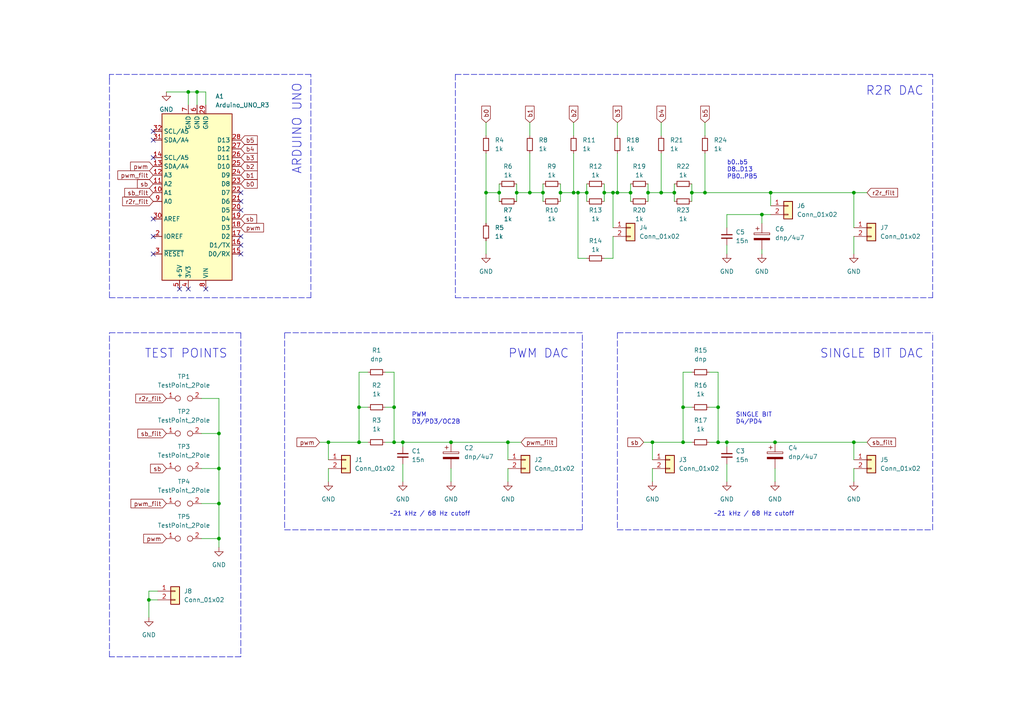
<source format=kicad_sch>
(kicad_sch (version 20211123) (generator eeschema)
  (paper "A4")
  (title_block (title "DAC shield") (date "2023-02-16") (rev "rev.0") (company "HTL Weiz") (comment 1 "wu@htlweiz.at"))
  (lib_symbols
    (symbol "Connector:TestPoint_2Pole" (pin_names (offset 0.762) hide)
      (property "Reference" "TP" (at 0 1.524 0))
      (property "Value" "TestPoint_2Pole" (at 0 -1.778 0))
      (symbol "TestPoint_2Pole_0_1"
        (circle (center -1.778 0) (radius 0.762))
        (circle (center 1.778 0) (radius 0.762))
        (pin passive line (at -5.08 0 0) (length 2.54) (name "1") (number "1"))
        (pin passive line (at 5.08 0 180) (length 2.54) (name "2") (number "2"))
      )
    )
    (symbol "Connector_Generic:Conn_01x02" (pin_names (offset 1.016) hide)
      (property "Reference" "J" (at 0 2.54 0))
      (property "Value" "Conn_01x02" (at 0 -5.08 0))
      (symbol "Conn_01x02_1_1"
        (rectangle (start -1.27 -2.413) (end 0 -2.667) (stroke (width 0.1524)))
        (rectangle (start -1.27 0.127) (end 0 -0.127) (stroke (width 0.1524)))
        (rectangle (start -1.27 1.27) (end 1.27 -3.81) (stroke (width 0.254)) (fill (type background)))
        (pin passive line (at -5.08 0 0) (length 3.81) (name "Pin_1") (number "1"))
        (pin passive line (at -5.08 -2.54 0) (length 3.81) (name "Pin_2") (number "2"))
      )
    )
    (symbol "Device:C_Polarized" (pin_numbers hide) (pin_names (offset 0.254))
      (property "Reference" "C" (at 0.635 2.54 0))
      (property "Value" "C_Polarized" (at 0.635 -2.54 0))
      (symbol "C_Polarized_0_1"
        (rectangle (start -2.286 0.508) (end 2.286 1.016))
        (polyline (pts (xy -1.778 2.286) (xy -0.762 2.286)))
        (polyline (pts (xy -1.27 2.794) (xy -1.27 1.778)))
        (rectangle (start 2.286 -0.508) (end -2.286 -1.016) (fill (type outline)))
      )
      (symbol "C_Polarized_1_1"
        (pin passive line (at 0 3.81 270) (length 2.794) (name "~") (number "1"))
        (pin passive line (at 0 -3.81 90) (length 2.794) (name "~") (number "2"))
      )
    )
    (symbol "Device:C_Small" (pin_numbers hide) (pin_names (offset 0.254) hide)
      (property "Reference" "C" (at 0.254 1.778 0))
      (property "Value" "C_Small" (at 0.254 -2.032 0))
      (symbol "C_Small_0_1"
        (polyline (pts (xy -1.524 -0.508) (xy 1.524 -0.508)) (stroke (width 0.3302)))
        (polyline (pts (xy -1.524 0.508) (xy 1.524 0.508)) (stroke (width 0.3048)))
      )
      (symbol "C_Small_1_1"
        (pin passive line (at 0 2.54 270) (length 2.032) (name "~") (number "1"))
        (pin passive line (at 0 -2.54 90) (length 2.032) (name "~") (number "2"))
      )
    )
    (symbol "Device:R_Small" (pin_numbers hide) (pin_names (offset 0.254) hide)
      (property "Reference" "R" (at 0.762 0.508 0))
      (property "Value" "R_Small" (at 0.762 -1.016 0))
      (symbol "R_Small_0_1"
        (rectangle (start -0.762 1.778) (end 0.762 -1.778) (stroke (width 0.2032)))
      )
      (symbol "R_Small_1_1"
        (pin passive line (at 0 2.54 270) (length 0.762) (name "~") (number "1"))
        (pin passive line (at 0 -2.54 90) (length 0.762) (name "~") (number "2"))
      )
    )
    (symbol "MCU_Module:Arduino_UNO_R3"
      (property "Reference" "A" (at -10.16 23.495 0))
      (property "Value" "Arduino_UNO_R3" (at 5.08 -26.67 0))
      (symbol "Arduino_UNO_R3_0_1"
        (rectangle (start -10.16 22.86) (end 10.16 -25.4) (stroke (width 0.254)) (fill (type background)))
      )
      (symbol "Arduino_UNO_R3_1_1"
        (pin no_connect line (at -10.16 -20.32 0) (length 2.54) hide (name "NC") (number "1"))
        (pin bidirectional line (at 12.7 -2.54 180) (length 2.54) (name "A1") (number "10"))
        (pin bidirectional line (at 12.7 -5.08 180) (length 2.54) (name "A2") (number "11"))
        (pin bidirectional line (at 12.7 -7.62 180) (length 2.54) (name "A3") (number "12"))
        (pin bidirectional line (at 12.7 -10.16 180) (length 2.54) (name "SDA/A4") (number "13"))
        (pin bidirectional line (at 12.7 -12.7 180) (length 2.54) (name "SCL/A5") (number "14"))
        (pin bidirectional line (at -12.7 15.24 0) (length 2.54) (name "D0/RX") (number "15"))
        (pin bidirectional line (at -12.7 12.7 0) (length 2.54) (name "D1/TX") (number "16"))
        (pin bidirectional line (at -12.7 10.16 0) (length 2.54) (name "D2") (number "17"))
        (pin bidirectional line (at -12.7 7.62 0) (length 2.54) (name "D3") (number "18"))
        (pin bidirectional line (at -12.7 5.08 0) (length 2.54) (name "D4") (number "19"))
        (pin output line (at 12.7 10.16 180) (length 2.54) (name "IOREF") (number "2"))
        (pin bidirectional line (at -12.7 2.54 0) (length 2.54) (name "D5") (number "20"))
        (pin bidirectional line (at -12.7 0 0) (length 2.54) (name "D6") (number "21"))
        (pin bidirectional line (at -12.7 -2.54 0) (length 2.54) (name "D7") (number "22"))
        (pin bidirectional line (at -12.7 -5.08 0) (length 2.54) (name "D8") (number "23"))
        (pin bidirectional line (at -12.7 -7.62 0) (length 2.54) (name "D9") (number "24"))
        (pin bidirectional line (at -12.7 -10.16 0) (length 2.54) (name "D10") (number "25"))
        (pin bidirectional line (at -12.7 -12.7 0) (length 2.54) (name "D11") (number "26"))
        (pin bidirectional line (at -12.7 -15.24 0) (length 2.54) (name "D12") (number "27"))
        (pin bidirectional line (at -12.7 -17.78 0) (length 2.54) (name "D13") (number "28"))
        (pin power_in line (at -2.54 -27.94 90) (length 2.54) (name "GND") (number "29"))
        (pin input line (at 12.7 15.24 180) (length 2.54) (name "~{RESET}") (number "3"))
        (pin input line (at 12.7 5.08 180) (length 2.54) (name "AREF") (number "30"))
        (pin bidirectional line (at 12.7 -17.78 180) (length 2.54) (name "SDA/A4") (number "31"))
        (pin bidirectional line (at 12.7 -20.32 180) (length 2.54) (name "SCL/A5") (number "32"))
        (pin power_out line (at 2.54 25.4 270) (length 2.54) (name "3V3") (number "4"))
        (pin power_out line (at 5.08 25.4 270) (length 2.54) (name "+5V") (number "5"))
        (pin power_in line (at 0 -27.94 90) (length 2.54) (name "GND") (number "6"))
        (pin power_in line (at 2.54 -27.94 90) (length 2.54) (name "GND") (number "7"))
        (pin power_in line (at -2.54 25.4 270) (length 2.54) (name "VIN") (number "8"))
        (pin bidirectional line (at 12.7 0 180) (length 2.54) (name "A0") (number "9"))
      )
    )
    (symbol "power:GND" (power) (pin_names (offset 0))
      (property "Value" "GND" (at 0 -3.81 0))
      (symbol "GND_0_1"
        (polyline (pts (xy 0 0) (xy 0 -1.27) (xy 1.27 -1.27) (xy 0 -2.54) (xy -1.27 -1.27) (xy 0 -1.27)))
      )
      (symbol "GND_1_1"
        (pin power_in line (at 0 0 270) (length 0) hide (name "GND") (number "1"))
      )
    )
  )
  (junction (at 247.65 55.88))
  (junction (at 144.78 55.88))
  (junction (at 162.56 55.88))
  (junction (at 166.37 55.88))
  (junction (at 116.84 128.27))
  (junction (at 220.98 62.23))
  (junction (at 187.96 55.88))
  (junction (at 210.82 128.27))
  (junction (at 175.26 55.88))
  (junction (at 140.97 55.88))
  (junction (at 182.88 55.88))
  (junction (at 191.77 55.88))
  (junction (at 157.48 55.88))
  (junction (at 63.5 156.21))
  (junction (at 63.5 135.89))
  (junction (at 114.3 118.11))
  (junction (at 224.79 128.27))
  (junction (at 167.64 55.88))
  (junction (at 179.07 55.88))
  (junction (at 189.23 128.27))
  (junction (at 147.32 128.27))
  (junction (at 43.18 173.99))
  (junction (at 200.66 55.88))
  (junction (at 63.5 146.05))
  (junction (at 177.8 55.88))
  (junction (at 153.67 55.88))
  (junction (at 204.47 55.88))
  (junction (at 57.15 26.67))
  (junction (at 247.65 128.27))
  (junction (at 104.14 118.11))
  (junction (at 130.81 128.27))
  (junction (at 198.12 118.11))
  (junction (at 198.12 128.27))
  (junction (at 114.3 128.27))
  (junction (at 63.5 125.73))
  (junction (at 149.86 55.88))
  (junction (at 223.52 55.88))
  (junction (at 208.28 128.27))
  (junction (at 170.18 55.88))
  (junction (at 95.25 128.27))
  (junction (at 104.14 128.27))
  (junction (at 208.28 118.11))
  (junction (at 54.61 26.67))
  (junction (at 195.58 55.88))
  (no_connect (at 69.85 68.58))
  (no_connect (at 44.45 63.5))
  (no_connect (at 44.45 38.1))
  (no_connect (at 44.45 40.64))
  (no_connect (at 69.85 55.88))
  (no_connect (at 44.45 45.72))
  (no_connect (at 69.85 58.42))
  (no_connect (at 54.61 83.82))
  (no_connect (at 59.69 83.82))
  (no_connect (at 69.85 73.66))
  (no_connect (at 69.85 60.96))
  (no_connect (at 69.85 71.12))
  (no_connect (at 52.07 83.82))
  (no_connect (at 44.45 73.66))
  (no_connect (at 44.45 68.58))
  (polyline (pts (xy 270.51 153.67) (xy 270.51 96.52)))
  (wire (pts (xy 63.5 135.89) (xy 63.5 125.73)))
  (wire (pts (xy 210.82 66.04) (xy 210.82 62.23)))
  (wire (pts (xy 177.8 55.88) (xy 177.8 66.04)))
  (wire (pts (xy 153.67 44.45) (xy 153.67 55.88)))
  (polyline (pts (xy 270.51 86.36) (xy 270.51 21.59)))
  (wire (pts (xy 63.5 146.05) (xy 63.5 135.89)))
  (wire (pts (xy 166.37 55.88) (xy 167.64 55.88)))
  (wire (pts (xy 54.61 26.67) (xy 54.61 30.48)))
  (polyline (pts (xy 168.91 96.52) (xy 82.55 96.52)))
  (wire (pts (xy 166.37 44.45) (xy 166.37 55.88)))
  (wire (pts (xy 210.82 129.54) (xy 210.82 128.27)))
  (wire (pts (xy 200.66 53.34) (xy 200.66 55.88)))
  (polyline (pts (xy 82.55 153.67) (xy 168.91 153.67)))
  (wire (pts (xy 153.67 55.88) (xy 157.48 55.88)))
  (wire (pts (xy 58.42 146.05) (xy 63.5 146.05)))
  (polyline (pts (xy 31.75 22.86) (xy 31.75 86.36)))
  (wire (pts (xy 220.98 72.39) (xy 220.98 73.66)))
  (wire (pts (xy 140.97 55.88) (xy 144.78 55.88)))
  (wire (pts (xy 63.5 158.75) (xy 63.5 156.21)))
  (wire (pts (xy 63.5 115.57) (xy 58.42 115.57)))
  (wire (pts (xy 187.96 55.88) (xy 187.96 58.42)))
  (wire (pts (xy 177.8 55.88) (xy 179.07 55.88)))
  (wire (pts (xy 130.81 128.27) (xy 147.32 128.27)))
  (wire (pts (xy 140.97 69.85) (xy 140.97 73.66)))
  (wire (pts (xy 200.66 55.88) (xy 204.47 55.88)))
  (polyline (pts (xy 132.08 86.36) (xy 270.51 86.36)))
  (wire (pts (xy 104.14 107.95) (xy 104.14 118.11)))
  (wire (pts (xy 200.66 107.95) (xy 198.12 107.95)))
  (wire (pts (xy 149.86 55.88) (xy 149.86 58.42)))
  (wire (pts (xy 116.84 134.62) (xy 116.84 139.7)))
  (wire (pts (xy 114.3 128.27) (xy 116.84 128.27)))
  (wire (pts (xy 157.48 53.34) (xy 157.48 55.88)))
  (wire (pts (xy 198.12 118.11) (xy 198.12 128.27)))
  (wire (pts (xy 167.64 74.93) (xy 170.18 74.93)))
  (polyline (pts (xy 69.85 190.5) (xy 31.75 190.5)))
  (wire (pts (xy 58.42 125.73) (xy 63.5 125.73)))
  (wire (pts (xy 187.96 55.88) (xy 191.77 55.88)))
  (wire (pts (xy 247.65 133.35) (xy 247.65 128.27)))
  (wire (pts (xy 247.65 135.89) (xy 247.65 139.7)))
  (wire (pts (xy 57.15 26.67) (xy 59.69 26.67)))
  (polyline (pts (xy 31.75 96.52) (xy 69.85 96.52)))
  (wire (pts (xy 220.98 62.23) (xy 223.52 62.23)))
  (wire (pts (xy 43.18 173.99) (xy 43.18 179.07)))
  (wire (pts (xy 198.12 118.11) (xy 200.66 118.11)))
  (wire (pts (xy 130.81 135.89) (xy 130.81 139.7)))
  (wire (pts (xy 204.47 35.56) (xy 204.47 39.37)))
  (wire (pts (xy 43.18 173.99) (xy 45.72 173.99)))
  (wire (pts (xy 106.68 128.27) (xy 104.14 128.27)))
  (wire (pts (xy 140.97 35.56) (xy 140.97 39.37)))
  (polyline (pts (xy 90.17 21.59) (xy 31.75 21.59)))
  (polyline (pts (xy 90.17 86.36) (xy 90.17 21.59)))
  (wire (pts (xy 95.25 128.27) (xy 95.25 133.35)))
  (wire (pts (xy 162.56 55.88) (xy 162.56 58.42)))
  (wire (pts (xy 147.32 135.89) (xy 147.32 139.7)))
  (wire (pts (xy 247.65 128.27) (xy 251.46 128.27)))
  (wire (pts (xy 175.26 55.88) (xy 175.26 58.42)))
  (wire (pts (xy 204.47 44.45) (xy 204.47 55.88)))
  (wire (pts (xy 247.65 55.88) (xy 247.65 66.04)))
  (wire (pts (xy 58.42 135.89) (xy 63.5 135.89)))
  (wire (pts (xy 191.77 35.56) (xy 191.77 39.37)))
  (wire (pts (xy 114.3 107.95) (xy 114.3 118.11)))
  (wire (pts (xy 195.58 53.34) (xy 195.58 55.88)))
  (wire (pts (xy 247.65 55.88) (xy 251.46 55.88)))
  (wire (pts (xy 57.15 26.67) (xy 57.15 30.48)))
  (wire (pts (xy 95.25 128.27) (xy 104.14 128.27)))
  (wire (pts (xy 224.79 135.89) (xy 224.79 139.7)))
  (wire (pts (xy 189.23 128.27) (xy 189.23 133.35)))
  (polyline (pts (xy 31.75 86.36) (xy 90.17 86.36)))
  (wire (pts (xy 182.88 53.34) (xy 182.88 55.88)))
  (wire (pts (xy 43.18 171.45) (xy 43.18 173.99)))
  (wire (pts (xy 223.52 55.88) (xy 223.52 59.69)))
  (wire (pts (xy 200.66 128.27) (xy 198.12 128.27)))
  (wire (pts (xy 205.74 107.95) (xy 208.28 107.95)))
  (wire (pts (xy 204.47 55.88) (xy 223.52 55.88)))
  (wire (pts (xy 220.98 62.23) (xy 220.98 64.77)))
  (wire (pts (xy 162.56 55.88) (xy 166.37 55.88)))
  (wire (pts (xy 198.12 107.95) (xy 198.12 118.11)))
  (wire (pts (xy 205.74 118.11) (xy 208.28 118.11)))
  (wire (pts (xy 111.76 118.11) (xy 114.3 118.11)))
  (wire (pts (xy 200.66 55.88) (xy 200.66 58.42)))
  (wire (pts (xy 182.88 55.88) (xy 182.88 58.42)))
  (wire (pts (xy 63.5 125.73) (xy 63.5 115.57)))
  (wire (pts (xy 189.23 135.89) (xy 189.23 139.7)))
  (wire (pts (xy 140.97 55.88) (xy 140.97 64.77)))
  (wire (pts (xy 208.28 118.11) (xy 208.28 128.27)))
  (wire (pts (xy 63.5 156.21) (xy 63.5 146.05)))
  (wire (pts (xy 195.58 55.88) (xy 195.58 58.42)))
  (wire (pts (xy 140.97 44.45) (xy 140.97 55.88)))
  (wire (pts (xy 95.25 135.89) (xy 95.25 139.7)))
  (polyline (pts (xy 132.08 21.59) (xy 132.08 86.36)))
  (wire (pts (xy 106.68 107.95) (xy 104.14 107.95)))
  (wire (pts (xy 166.37 35.56) (xy 166.37 39.37)))
  (polyline (pts (xy 168.91 153.67) (xy 168.91 96.52)))
  (wire (pts (xy 205.74 128.27) (xy 208.28 128.27)))
  (wire (pts (xy 208.28 128.27) (xy 210.82 128.27)))
  (wire (pts (xy 157.48 55.88) (xy 157.48 58.42)))
  (polyline (pts (xy 82.55 96.52) (xy 82.55 153.67)))
  (wire (pts (xy 59.69 26.67) (xy 59.69 30.48)))
  (wire (pts (xy 177.8 68.58) (xy 177.8 74.93)))
  (wire (pts (xy 149.86 55.88) (xy 153.67 55.88)))
  (wire (pts (xy 247.65 68.58) (xy 247.65 73.66)))
  (wire (pts (xy 179.07 44.45) (xy 179.07 55.88)))
  (wire (pts (xy 144.78 55.88) (xy 144.78 58.42)))
  (wire (pts (xy 170.18 53.34) (xy 170.18 55.88)))
  (wire (pts (xy 208.28 107.95) (xy 208.28 118.11)))
  (wire (pts (xy 111.76 128.27) (xy 114.3 128.27)))
  (wire (pts (xy 210.82 62.23) (xy 220.98 62.23)))
  (wire (pts (xy 191.77 55.88) (xy 195.58 55.88)))
  (wire (pts (xy 144.78 53.34) (xy 144.78 55.88)))
  (wire (pts (xy 210.82 128.27) (xy 224.79 128.27)))
  (polyline (pts (xy 132.08 21.59) (xy 270.51 21.59)))
  (wire (pts (xy 149.86 53.34) (xy 149.86 55.88)))
  (polyline (pts (xy 179.07 153.67) (xy 270.51 153.67)))
  (wire (pts (xy 210.82 71.12) (xy 210.82 73.66)))
  (wire (pts (xy 186.69 128.27) (xy 189.23 128.27)))
  (wire (pts (xy 111.76 107.95) (xy 114.3 107.95)))
  (wire (pts (xy 116.84 128.27) (xy 130.81 128.27)))
  (wire (pts (xy 187.96 53.34) (xy 187.96 55.88)))
  (wire (pts (xy 92.71 128.27) (xy 95.25 128.27)))
  (wire (pts (xy 147.32 133.35) (xy 147.32 128.27)))
  (wire (pts (xy 191.77 44.45) (xy 191.77 55.88)))
  (wire (pts (xy 162.56 53.34) (xy 162.56 55.88)))
  (polyline (pts (xy 179.07 96.52) (xy 270.51 96.52)))
  (wire (pts (xy 48.26 26.67) (xy 54.61 26.67)))
  (wire (pts (xy 104.14 118.11) (xy 106.68 118.11)))
  (wire (pts (xy 104.14 118.11) (xy 104.14 128.27)))
  (wire (pts (xy 54.61 26.67) (xy 57.15 26.67)))
  (wire (pts (xy 177.8 74.93) (xy 175.26 74.93)))
  (wire (pts (xy 189.23 128.27) (xy 198.12 128.27)))
  (polyline (pts (xy 31.75 190.5) (xy 31.75 96.52)))
  (wire (pts (xy 210.82 134.62) (xy 210.82 139.7)))
  (polyline (pts (xy 69.85 96.52) (xy 69.85 190.5)))
  (wire (pts (xy 223.52 55.88) (xy 247.65 55.88)))
  (wire (pts (xy 45.72 171.45) (xy 43.18 171.45)))
  (wire (pts (xy 175.26 55.88) (xy 177.8 55.88)))
  (wire (pts (xy 116.84 129.54) (xy 116.84 128.27)))
  (polyline (pts (xy 179.07 96.52) (xy 179.07 153.67)))
  (polyline (pts (xy 31.75 21.59) (xy 31.75 22.86)))
  (wire (pts (xy 114.3 118.11) (xy 114.3 128.27)))
  (wire (pts (xy 175.26 53.34) (xy 175.26 55.88)))
  (wire (pts (xy 147.32 128.27) (xy 151.13 128.27)))
  (wire (pts (xy 179.07 55.88) (xy 182.88 55.88)))
  (wire (pts (xy 224.79 128.27) (xy 247.65 128.27)))
  (wire (pts (xy 167.64 55.88) (xy 167.64 74.93)))
  (wire (pts (xy 153.67 35.56) (xy 153.67 39.37)))
  (wire (pts (xy 170.18 55.88) (xy 170.18 58.42)))
  (wire (pts (xy 167.64 55.88) (xy 170.18 55.88)))
  (wire (pts (xy 179.07 35.56) (xy 179.07 39.37)))
  (wire (pts (xy 58.42 156.21) (xy 63.5 156.21)))
  (text "b0..b5\nD8..D13\nPB0..PB5" (at 210.82 52.07 0) (effects (font (size 1.27 1.27)) (justify left bottom)))
  (text "PWM\nD3/PD3/OC2B" (at 119.38 123.19 0) (effects (font (size 1.27 1.27)) (justify left bottom)))
  (text "~21 kHz / 68 Hz cutoff" (at 113.03 149.86 0) (effects (font (size 1.27 1.27)) (justify left bottom)))
  (text "~21 kHz / 68 Hz cutoff" (at 207.01 149.86 0) (effects (font (size 1.27 1.27)) (justify left bottom)))
  (text "R2R DAC" (at 267.97 27.94 180) (effects (font (size 2.54 2.54)) (justify right bottom)))
  (text "PWM DAC" (at 165.1 104.14 180) (effects (font (size 2.54 2.54)) (justify right bottom)))
  (text "SINGLE BIT\nD4/PD4" (at 213.36 123.19 0) (effects (font (size 1.27 1.27)) (justify left bottom)))
  (text "SINGLE BIT DAC" (at 267.97 104.14 180) (effects (font (size 2.54 2.54)) (justify right bottom)))
  (text "ARDUINO UNO" (at 87.63 24.13 270) (effects (font (size 2.54 2.54)) (justify right bottom)))
  (text "TEST POINTS" (at 66.04 104.14 180) (effects (font (size 2.54 2.54)) (justify right bottom)))
  (global_label "sb" (shape input) (at 69.85 63.5 0) (property "Intersheet References" "${INTERSHEET_REFS}" (effects hide)))
  (global_label "sb" (shape input) (at 44.45 53.34 180) (property "Intersheet References" "${INTERSHEET_REFS}" (effects hide)))
  (global_label "pwm_filt" (shape input) (at 48.26 146.05 180) (property "Intersheet References" "${INTERSHEET_REFS}" (effects hide)))
  (global_label "pwm" (shape input) (at 69.85 66.04 0) (property "Intersheet References" "${INTERSHEET_REFS}" (effects hide)))
  (global_label "sb" (shape input) (at 186.69 128.27 180) (property "Intersheet References" "${INTERSHEET_REFS}" (effects hide)))
  (global_label "pwm_filt" (shape input) (at 44.45 50.8 180) (property "Intersheet References" "${INTERSHEET_REFS}" (effects hide)))
  (global_label "r2r_filt" (shape input) (at 251.46 55.88 0) (property "Intersheet References" "${INTERSHEET_REFS}" (effects hide)))
  (global_label "b0" (shape input) (at 140.97 35.56 90) (property "Intersheet References" "${INTERSHEET_REFS}" (effects hide)))
  (global_label "b4" (shape input) (at 69.85 43.18 0) (property "Intersheet References" "${INTERSHEET_REFS}" (effects hide)))
  (global_label "b2" (shape input) (at 166.37 35.56 90) (property "Intersheet References" "${INTERSHEET_REFS}" (effects hide)))
  (global_label "b1" (shape input) (at 153.67 35.56 90) (property "Intersheet References" "${INTERSHEET_REFS}" (effects hide)))
  (global_label "b5" (shape input) (at 69.85 40.64 0) (property "Intersheet References" "${INTERSHEET_REFS}" (effects hide)))
  (global_label "sb_filt" (shape input) (at 48.26 125.73 180) (property "Intersheet References" "${INTERSHEET_REFS}" (effects hide)))
  (global_label "b5" (shape input) (at 204.47 35.56 90) (property "Intersheet References" "${INTERSHEET_REFS}" (effects hide)))
  (global_label "sb" (shape input) (at 48.26 135.89 180) (property "Intersheet References" "${INTERSHEET_REFS}" (effects hide)))
  (global_label "r2r_filt" (shape input) (at 44.45 58.42 180) (property "Intersheet References" "${INTERSHEET_REFS}" (effects hide)))
  (global_label "b0" (shape input) (at 69.85 53.34 0) (property "Intersheet References" "${INTERSHEET_REFS}" (effects hide)))
  (global_label "pwm" (shape input) (at 92.71 128.27 180) (property "Intersheet References" "${INTERSHEET_REFS}" (effects hide)))
  (global_label "b3" (shape input) (at 69.85 45.72 0) (property "Intersheet References" "${INTERSHEET_REFS}" (effects hide)))
  (global_label "b4" (shape input) (at 191.77 35.56 90) (property "Intersheet References" "${INTERSHEET_REFS}" (effects hide)))
  (global_label "sb_filt" (shape input) (at 44.45 55.88 180) (property "Intersheet References" "${INTERSHEET_REFS}" (effects hide)))
  (global_label "sb_filt" (shape input) (at 251.46 128.27 0) (property "Intersheet References" "${INTERSHEET_REFS}" (effects hide)))
  (global_label "b2" (shape input) (at 69.85 48.26 0) (property "Intersheet References" "${INTERSHEET_REFS}" (effects hide)))
  (global_label "pwm" (shape input) (at 44.45 48.26 180) (property "Intersheet References" "${INTERSHEET_REFS}" (effects hide)))
  (global_label "b3" (shape input) (at 179.07 35.56 90) (property "Intersheet References" "${INTERSHEET_REFS}" (effects hide)))
  (global_label "r2r_filt" (shape input) (at 48.26 115.57 180) (property "Intersheet References" "${INTERSHEET_REFS}" (effects hide)))
  (global_label "pwm" (shape input) (at 48.26 156.21 180) (property "Intersheet References" "${INTERSHEET_REFS}" (effects hide)))
  (global_label "pwm_filt" (shape input) (at 151.13 128.27 0) (property "Intersheet References" "${INTERSHEET_REFS}" (effects hide)))
  (global_label "b1" (shape input) (at 69.85 50.8 0) (property "Intersheet References" "${INTERSHEET_REFS}" (effects hide)))
  (symbol (lib_id "Device:R_Small") (at 191.77 41.91 0) (unit 1)
    (property "Reference" "R21" (at 194.31 40.6399 0) (effects (justify left)))
    (property "Value" "1k" (at 194.31 43.1799 0) (effects (justify left)))
    (property "Footprint" "Resistor_SMD:R_0402_1005Metric" (effects hide))
  )
  (symbol (lib_id "Device:R_Small") (at 160.02 53.34 90) (unit 1)
    (property "Reference" "R9" (at 160.02 48.26 90))
    (property "Value" "1k" (at 160.02 50.8 90))
    (property "Footprint" "Resistor_SMD:R_0402_1005Metric" (effects hide))
  )
  (symbol (lib_id "Device:C_Small") (at 210.82 68.58 0) (unit 1)
    (property "Reference" "C5" (at 213.36 67.3162 0) (effects (justify left)))
    (property "Value" "15n" (at 213.36 69.8562 0) (effects (justify left)))
    (property "Footprint" "Capacitor_SMD:C_0603_1608Metric" (effects hide))
  )
  (symbol (lib_id "Device:C_Polarized") (at 130.81 132.08 0) (unit 1)
    (property "Reference" "C2" (at 134.62 129.9209 0) (effects (justify left)))
    (property "Value" "dnp/4u7" (at 134.62 132.4609 0) (effects (justify left)))
    (property "Footprint" "Capacitor_THT:CP_Radial_D10.0mm_P5.00mm_P7.50mm" (effects hide))
  )
  (symbol (lib_id "Device:R_Small") (at 153.67 41.91 0) (unit 1)
    (property "Reference" "R8" (at 156.21 40.6399 0) (effects (justify left)))
    (property "Value" "1k" (at 156.21 43.1799 0) (effects (justify left)))
    (property "Footprint" "Resistor_SMD:R_0402_1005Metric" (effects hide))
  )
  (symbol (lib_id "Device:R_Small") (at 203.2 107.95 90) (unit 1)
    (property "Reference" "R15" (at 203.2 101.6 90))
    (property "Value" "dnp" (at 203.2 104.14 90))
    (property "Footprint" "Resistor_THT:R_Axial_DIN0207_L6.3mm_D2.5mm_P10.16mm_Horizontal" (effects hide))
  )
  (symbol (lib_id "power:GND") (at 224.79 139.7 0) (unit 1)
    (property "Reference" "#PWR09" (effects hide))
    (property "Value" "GND" (at 224.79 144.78 0))
  )
  (symbol (lib_id "Device:R_Small") (at 147.32 58.42 90) (mirror x) (unit 1)
    (property "Reference" "R7" (at 147.32 60.96 90))
    (property "Value" "1k" (at 147.32 63.5 90))
    (property "Footprint" "Resistor_SMD:R_0402_1005Metric" (effects hide))
  )
  (symbol (lib_id "power:GND") (at 210.82 139.7 0) (unit 1)
    (property "Reference" "#PWR08" (effects hide))
    (property "Value" "GND" (at 210.82 144.78 0))
  )
  (symbol (lib_id "Device:R_Small") (at 203.2 128.27 90) (unit 1)
    (property "Reference" "R17" (at 203.2 121.92 90))
    (property "Value" "1k" (at 203.2 124.46 90))
    (property "Footprint" "Resistor_SMD:R_0402_1005Metric" (effects hide))
  )
  (symbol (lib_id "Connector:TestPoint_2Pole") (at 53.34 125.73 0) (unit 1)
    (property "Reference" "TP2" (at 53.34 119.38 0))
    (property "Value" "TestPoint_2Pole" (at 53.34 121.92 0))
    (property "Footprint" "Connector_PinHeader_2.54mm:PinHeader_1x02_P2.54mm_Vertical" (effects hide))
  )
  (symbol (lib_id "power:GND") (at 63.5 158.75 0) (unit 1)
    (property "Reference" "#PWR015" (effects hide))
    (property "Value" "GND" (at 63.5 163.83 0))
  )
  (symbol (lib_id "power:GND") (at 247.65 139.7 0) (unit 1)
    (property "Reference" "#PWR011" (effects hide))
    (property "Value" "GND" (at 247.65 144.78 0))
  )
  (symbol (lib_id "Device:R_Small") (at 109.22 128.27 90) (unit 1)
    (property "Reference" "R3" (at 109.22 121.92 90))
    (property "Value" "1k" (at 109.22 124.46 90))
    (property "Footprint" "Resistor_SMD:R_0402_1005Metric" (effects hide))
  )
  (symbol (lib_id "Connector_Generic:Conn_01x02") (at 100.33 133.35 0) (unit 1)
    (property "Reference" "J1" (at 102.87 133.3499 0) (effects (justify left)))
    (property "Value" "Conn_01x02" (at 102.87 135.8899 0) (effects (justify left)))
    (property "Footprint" "Connector_PinHeader_2.54mm:PinHeader_1x02_P2.54mm_Vertical" (effects hide))
  )
  (symbol (lib_id "Connector:TestPoint_2Pole") (at 53.34 156.21 0) (unit 1)
    (property "Reference" "TP5" (at 53.34 149.86 0))
    (property "Value" "TestPoint_2Pole" (at 53.34 152.4 0))
    (property "Footprint" "Connector_PinHeader_2.54mm:PinHeader_1x02_P2.54mm_Vertical" (effects hide))
  )
  (symbol (lib_id "Connector:TestPoint_2Pole") (at 53.34 115.57 0) (unit 1)
    (property "Reference" "TP1" (at 53.34 109.22 0))
    (property "Value" "TestPoint_2Pole" (at 53.34 111.76 0))
    (property "Footprint" "Connector_PinHeader_2.54mm:PinHeader_1x02_P2.54mm_Vertical" (effects hide))
  )
  (symbol (lib_id "Device:R_Small") (at 172.72 58.42 90) (mirror x) (unit 1)
    (property "Reference" "R13" (at 172.72 60.96 90))
    (property "Value" "1k" (at 172.72 63.5 90))
    (property "Footprint" "Resistor_SMD:R_0402_1005Metric" (effects hide))
  )
  (symbol (lib_id "Device:R_Small") (at 140.97 41.91 0) (unit 1)
    (property "Reference" "R4" (at 143.51 40.6399 0) (effects (justify left)))
    (property "Value" "1k" (at 143.51 43.1799 0) (effects (justify left)))
    (property "Footprint" "Resistor_SMD:R_0402_1005Metric" (effects hide))
  )
  (symbol (lib_id "Connector_Generic:Conn_01x02") (at 252.73 66.04 0) (unit 1)
    (property "Reference" "J7" (at 255.27 66.0399 0) (effects (justify left)))
    (property "Value" "Conn_01x02" (at 255.27 68.5799 0) (effects (justify left)))
    (property "Footprint" "Connector_PinHeader_2.54mm:PinHeader_1x02_P2.54mm_Vertical" (effects hide))
  )
  (symbol (lib_id "Connector_Generic:Conn_01x02") (at 50.8 171.45 0) (unit 1)
    (property "Reference" "J8" (at 53.34 171.4499 0) (effects (justify left)))
    (property "Value" "Conn_01x02" (at 53.34 173.9899 0) (effects (justify left)))
    (property "Footprint" "Connector_PinHeader_2.54mm:PinHeader_1x02_P2.54mm_Vertical" (effects hide))
  )
  (symbol (lib_id "Device:R_Small") (at 185.42 58.42 90) (mirror x) (unit 1)
    (property "Reference" "R20" (at 185.42 60.96 90))
    (property "Value" "1k" (at 185.42 63.5 90))
    (property "Footprint" "Resistor_SMD:R_0402_1005Metric" (effects hide))
  )
  (symbol (lib_id "Device:C_Polarized") (at 220.98 68.58 0) (unit 1)
    (property "Reference" "C6" (at 224.79 66.4209 0) (effects (justify left)))
    (property "Value" "dnp/4u7" (at 224.79 68.9609 0) (effects (justify left)))
    (property "Footprint" "Capacitor_THT:CP_Radial_D10.0mm_P5.00mm_P7.50mm" (effects hide))
  )
  (symbol (lib_id "Device:C_Small") (at 210.82 132.08 0) (unit 1)
    (property "Reference" "C3" (at 213.36 130.8162 0) (effects (justify left)))
    (property "Value" "15n" (at 213.36 133.3562 0) (effects (justify left)))
    (property "Footprint" "Capacitor_SMD:C_0603_1608Metric" (effects hide))
  )
  (symbol (lib_id "Device:R_Small") (at 160.02 58.42 90) (mirror x) (unit 1)
    (property "Reference" "R10" (at 160.02 60.96 90))
    (property "Value" "1k" (at 160.02 63.5 90))
    (property "Footprint" "Resistor_SMD:R_0402_1005Metric" (effects hide))
  )
  (symbol (lib_id "Connector_Generic:Conn_01x02") (at 194.31 133.35 0) (unit 1)
    (property "Reference" "J3" (at 196.85 133.3499 0) (effects (justify left)))
    (property "Value" "Conn_01x02" (at 196.85 135.8899 0) (effects (justify left)))
    (property "Footprint" "Connector_PinHeader_2.54mm:PinHeader_1x02_P2.54mm_Vertical" (effects hide))
  )
  (symbol (lib_id "Device:C_Small") (at 116.84 132.08 0) (unit 1)
    (property "Reference" "C1" (at 119.38 130.8162 0) (effects (justify left)))
    (property "Value" "15n" (at 119.38 133.3562 0) (effects (justify left)))
    (property "Footprint" "Capacitor_SMD:C_0603_1608Metric" (effects hide))
  )
  (symbol (lib_id "Device:R_Small") (at 140.97 67.31 0) (unit 1)
    (property "Reference" "R5" (at 143.51 66.0399 0) (effects (justify left)))
    (property "Value" "1k" (at 143.51 68.5799 0) (effects (justify left)))
    (property "Footprint" "Resistor_SMD:R_0402_1005Metric" (effects hide))
  )
  (symbol (lib_id "Device:R_Small") (at 109.22 118.11 90) (unit 1)
    (property "Reference" "R2" (at 109.22 111.76 90))
    (property "Value" "1k" (at 109.22 114.3 90))
    (property "Footprint" "Resistor_SMD:R_0402_1005Metric" (effects hide))
  )
  (symbol (lib_id "power:GND") (at 189.23 139.7 0) (unit 1)
    (property "Reference" "#PWR07" (effects hide))
    (property "Value" "GND" (at 189.23 144.78 0))
  )
  (symbol (lib_id "Connector_Generic:Conn_01x02") (at 182.88 66.04 0) (unit 1)
    (property "Reference" "J4" (at 185.42 66.0399 0) (effects (justify left)))
    (property "Value" "Conn_01x02" (at 185.42 68.5799 0) (effects (justify left)))
    (property "Footprint" "Connector_PinHeader_2.54mm:PinHeader_1x02_P2.54mm_Vertical" (effects hide))
  )
  (symbol (lib_id "Device:R_Small") (at 203.2 118.11 90) (unit 1)
    (property "Reference" "R16" (at 203.2 111.76 90))
    (property "Value" "1k" (at 203.2 114.3 90))
    (property "Footprint" "Resistor_SMD:R_0402_1005Metric" (effects hide))
  )
  (symbol (lib_id "power:GND") (at 147.32 139.7 0) (unit 1)
    (property "Reference" "#PWR05" (effects hide))
    (property "Value" "GND" (at 147.32 144.78 0))
  )
  (symbol (lib_id "Device:R_Small") (at 198.12 53.34 90) (unit 1)
    (property "Reference" "R22" (at 198.12 48.26 90))
    (property "Value" "1k" (at 198.12 50.8 90))
    (property "Footprint" "Resistor_SMD:R_0402_1005Metric" (effects hide))
  )
  (symbol (lib_id "Device:R_Small") (at 172.72 74.93 90) (mirror x) (unit 1)
    (property "Reference" "R14" (at 172.72 69.85 90))
    (property "Value" "1k" (at 172.72 72.39 90))
    (property "Footprint" "Resistor_SMD:R_0402_1005Metric" (effects hide))
  )
  (symbol (lib_id "power:GND") (at 210.82 73.66 0) (unit 1)
    (property "Reference" "#PWR010" (effects hide))
    (property "Value" "GND" (at 210.82 78.74 0))
  )
  (symbol (lib_id "power:GND") (at 130.81 139.7 0) (unit 1)
    (property "Reference" "#PWR04" (effects hide))
    (property "Value" "GND" (at 130.81 144.78 0))
  )
  (symbol (lib_id "power:GND") (at 116.84 139.7 0) (unit 1)
    (property "Reference" "#PWR03" (effects hide))
    (property "Value" "GND" (at 116.84 144.78 0))
  )
  (symbol (lib_id "Device:R_Small") (at 109.22 107.95 90) (unit 1)
    (property "Reference" "R1" (at 109.22 101.6 90))
    (property "Value" "dnp" (at 109.22 104.14 90))
    (property "Footprint" "Resistor_THT:R_Axial_DIN0207_L6.3mm_D2.5mm_P10.16mm_Horizontal" (effects hide))
  )
  (symbol (lib_id "Connector:TestPoint_2Pole") (at 53.34 146.05 0) (unit 1)
    (property "Reference" "TP4" (at 53.34 139.7 0))
    (property "Value" "TestPoint_2Pole" (at 53.34 142.24 0))
    (property "Footprint" "Connector_PinHeader_2.54mm:PinHeader_1x02_P2.54mm_Vertical" (effects hide))
  )
  (symbol (lib_id "Device:R_Small") (at 147.32 53.34 90) (unit 1)
    (property "Reference" "R6" (at 147.32 48.26 90))
    (property "Value" "1k" (at 147.32 50.8 90))
    (property "Footprint" "Resistor_SMD:R_0402_1005Metric" (effects hide))
  )
  (symbol (lib_id "Connector_Generic:Conn_01x02") (at 228.6 59.69 0) (unit 1)
    (property "Reference" "J6" (at 231.14 59.6899 0) (effects (justify left)))
    (property "Value" "Conn_01x02" (at 231.14 62.2299 0) (effects (justify left)))
    (property "Footprint" "Connector_PinHeader_2.54mm:PinHeader_1x02_P2.54mm_Vertical" (effects hide))
  )
  (symbol (lib_id "power:GND") (at 140.97 73.66 0) (unit 1)
    (property "Reference" "#PWR06" (effects hide))
    (property "Value" "GND" (at 140.97 78.74 0))
  )
  (symbol (lib_id "Connector_Generic:Conn_01x02") (at 252.73 133.35 0) (unit 1)
    (property "Reference" "J5" (at 255.27 133.3499 0) (effects (justify left)))
    (property "Value" "Conn_01x02" (at 255.27 135.8899 0) (effects (justify left)))
    (property "Footprint" "Connector_PinHeader_2.54mm:PinHeader_1x02_P2.54mm_Vertical" (effects hide))
  )
  (symbol (lib_id "Connector_Generic:Conn_01x02") (at 152.4 133.35 0) (unit 1)
    (property "Reference" "J2" (at 154.94 133.3499 0) (effects (justify left)))
    (property "Value" "Conn_01x02" (at 154.94 135.8899 0) (effects (justify left)))
    (property "Footprint" "Connector_PinHeader_2.54mm:PinHeader_1x02_P2.54mm_Vertical" (effects hide))
  )
  (symbol (lib_id "Device:C_Polarized") (at 224.79 132.08 0) (unit 1)
    (property "Reference" "C4" (at 228.6 129.9209 0) (effects (justify left)))
    (property "Value" "dnp/4u7" (at 228.6 132.4609 0) (effects (justify left)))
    (property "Footprint" "Capacitor_THT:CP_Radial_D10.0mm_P5.00mm_P7.50mm" (effects hide))
  )
  (symbol (lib_id "Device:R_Small") (at 204.47 41.91 0) (unit 1)
    (property "Reference" "R24" (at 207.01 40.6399 0) (effects (justify left)))
    (property "Value" "1k" (at 207.01 43.1799 0) (effects (justify left)))
    (property "Footprint" "Resistor_SMD:R_0402_1005Metric" (effects hide))
  )
  (symbol (lib_id "Device:R_Small") (at 198.12 58.42 90) (mirror x) (unit 1)
    (property "Reference" "R23" (at 198.12 60.96 90))
    (property "Value" "1k" (at 198.12 63.5 90))
    (property "Footprint" "Resistor_SMD:R_0402_1005Metric" (effects hide))
  )
  (symbol (lib_id "Device:R_Small") (at 179.07 41.91 0) (unit 1)
    (property "Reference" "R18" (at 181.61 40.6399 0) (effects (justify left)))
    (property "Value" "1k" (at 181.61 43.1799 0) (effects (justify left)))
    (property "Footprint" "Resistor_SMD:R_0402_1005Metric" (effects hide))
  )
  (symbol (lib_id "MCU_Module:Arduino_UNO_R3") (at 57.15 58.42 180) (unit 1)
    (property "Reference" "A1" (at 62.4587 27.94 0) (effects (justify right)))
    (property "Value" "Arduino_UNO_R3" (at 62.4587 30.48 0) (effects (justify right)))
    (property "Footprint" "Module:Arduino_UNO_R3" (effects hide))
    (property "Datasheet" "https://www.arduino.cc/en/Main/arduinoBoardUno" (effects hide))
  )
  (symbol (lib_id "power:GND") (at 247.65 73.66 0) (unit 1)
    (property "Reference" "#PWR014" (effects hide))
    (property "Value" "GND" (at 247.65 78.74 0))
  )
  (symbol (lib_id "power:GND") (at 43.18 179.07 0) (unit 1)
    (property "Reference" "#PWR013" (effects hide))
    (property "Value" "GND" (at 43.18 184.15 0))
  )
  (symbol (lib_id "power:GND") (at 220.98 73.66 0) (unit 1)
    (property "Reference" "#PWR012" (effects hide))
    (property "Value" "GND" (at 220.98 78.74 0))
  )
  (symbol (lib_id "power:GND") (at 95.25 139.7 0) (unit 1)
    (property "Reference" "#PWR02" (effects hide))
    (property "Value" "GND" (at 95.25 144.78 0))
  )
  (symbol (lib_id "Device:R_Small") (at 172.72 53.34 90) (unit 1)
    (property "Reference" "R12" (at 172.72 48.26 90))
    (property "Value" "1k" (at 172.72 50.8 90))
    (property "Footprint" "Resistor_SMD:R_0402_1005Metric" (effects hide))
  )
  (symbol (lib_id "Device:R_Small") (at 185.42 53.34 90) (unit 1)
    (property "Reference" "R19" (at 185.42 48.26 90))
    (property "Value" "1k" (at 185.42 50.8 90))
    (property "Footprint" "Resistor_SMD:R_0402_1005Metric" (effects hide))
  )
  (symbol (lib_id "Connector:TestPoint_2Pole") (at 53.34 135.89 0) (unit 1)
    (property "Reference" "TP3" (at 53.34 129.54 0))
    (property "Value" "TestPoint_2Pole" (at 53.34 132.08 0))
    (property "Footprint" "Connector_PinHeader_2.54mm:PinHeader_1x02_P2.54mm_Vertical" (effects hide))
  )
  (symbol (lib_id "Device:R_Small") (at 166.37 41.91 0) (unit 1)
    (property "Reference" "R11" (at 168.91 40.6399 0) (effects (justify left)))
    (property "Value" "1k" (at 168.91 43.1799 0) (effects (justify left)))
    (property "Footprint" "Resistor_SMD:R_0402_1005Metric" (effects hide))
  )
  (symbol (lib_id "power:GND") (at 48.26 26.67 0) (unit 1)
    (property "Reference" "#PWR01" (effects hide))
    (property "Value" "GND" (at 48.26 31.75 0))
  )
)
</source>
